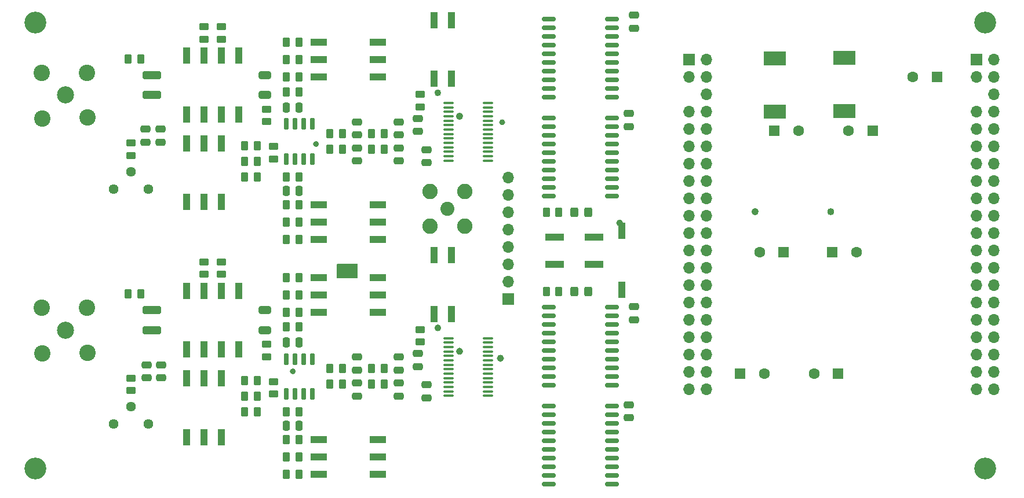
<source format=gbr>
%TF.GenerationSoftware,KiCad,Pcbnew,8.0.2*%
%TF.CreationDate,2024-10-09T13:35:06+01:00*%
%TF.ProjectId,MISRC V1.5,4d495352-4320-4563-912e-352e6b696361,0.3*%
%TF.SameCoordinates,Original*%
%TF.FileFunction,Soldermask,Top*%
%TF.FilePolarity,Negative*%
%FSLAX46Y46*%
G04 Gerber Fmt 4.6, Leading zero omitted, Abs format (unit mm)*
G04 Created by KiCad (PCBNEW 8.0.2) date 2024-10-09 13:35:06*
%MOMM*%
%LPD*%
G01*
G04 APERTURE LIST*
G04 Aperture macros list*
%AMRoundRect*
0 Rectangle with rounded corners*
0 $1 Rounding radius*
0 $2 $3 $4 $5 $6 $7 $8 $9 X,Y pos of 4 corners*
0 Add a 4 corners polygon primitive as box body*
4,1,4,$2,$3,$4,$5,$6,$7,$8,$9,$2,$3,0*
0 Add four circle primitives for the rounded corners*
1,1,$1+$1,$2,$3*
1,1,$1+$1,$4,$5*
1,1,$1+$1,$6,$7*
1,1,$1+$1,$8,$9*
0 Add four rect primitives between the rounded corners*
20,1,$1+$1,$2,$3,$4,$5,0*
20,1,$1+$1,$4,$5,$6,$7,0*
20,1,$1+$1,$6,$7,$8,$9,0*
20,1,$1+$1,$8,$9,$2,$3,0*%
G04 Aperture macros list end*
%ADD10C,0.532905*%
%ADD11C,0.434210*%
%ADD12C,0.476609*%
%ADD13R,2.440000X1.120000*%
%ADD14R,1.600000X1.600000*%
%ADD15C,1.600000*%
%ADD16RoundRect,0.250000X-0.475000X0.250000X-0.475000X-0.250000X0.475000X-0.250000X0.475000X0.250000X0*%
%ADD17RoundRect,0.250000X-0.262500X-0.450000X0.262500X-0.450000X0.262500X0.450000X-0.262500X0.450000X0*%
%ADD18R,1.700000X1.700000*%
%ADD19O,1.700000X1.700000*%
%ADD20C,3.200000*%
%ADD21RoundRect,0.250000X-0.325000X-0.450000X0.325000X-0.450000X0.325000X0.450000X-0.325000X0.450000X0*%
%ADD22RoundRect,0.250000X1.100000X-0.325000X1.100000X0.325000X-1.100000X0.325000X-1.100000X-0.325000X0*%
%ADD23RoundRect,0.250000X-0.450000X0.262500X-0.450000X-0.262500X0.450000X-0.262500X0.450000X0.262500X0*%
%ADD24RoundRect,0.250000X0.450000X-0.262500X0.450000X0.262500X-0.450000X0.262500X-0.450000X-0.262500X0*%
%ADD25RoundRect,0.250000X0.262500X0.450000X-0.262500X0.450000X-0.262500X-0.450000X0.262500X-0.450000X0*%
%ADD26RoundRect,0.100000X-0.637500X-0.100000X0.637500X-0.100000X0.637500X0.100000X-0.637500X0.100000X0*%
%ADD27RoundRect,0.250000X-0.250000X-0.475000X0.250000X-0.475000X0.250000X0.475000X-0.250000X0.475000X0*%
%ADD28RoundRect,0.150000X-0.875000X-0.150000X0.875000X-0.150000X0.875000X0.150000X-0.875000X0.150000X0*%
%ADD29C,2.050000*%
%ADD30C,2.250000*%
%ADD31C,1.440000*%
%ADD32R,3.200000X2.000000*%
%ADD33R,1.120000X2.440000*%
%ADD34C,2.500000*%
%ADD35C,2.400000*%
%ADD36RoundRect,0.250000X0.475000X-0.250000X0.475000X0.250000X-0.475000X0.250000X-0.475000X-0.250000X0*%
%ADD37R,2.750000X1.000000*%
%ADD38RoundRect,0.250000X-0.650000X0.325000X-0.650000X-0.325000X0.650000X-0.325000X0.650000X0.325000X0*%
%ADD39RoundRect,0.150000X0.150000X-0.725000X0.150000X0.725000X-0.150000X0.725000X-0.150000X-0.725000X0*%
G04 APERTURE END LIST*
D10*
X132473452Y-116078000D02*
G75*
G02*
X131940548Y-116078000I-266452J0D01*
G01*
X131940548Y-116078000D02*
G75*
G02*
X132473452Y-116078000I266452J0D01*
G01*
X126504452Y-115062000D02*
G75*
G02*
X125971548Y-115062000I-266452J0D01*
G01*
X125971548Y-115062000D02*
G75*
G02*
X126504452Y-115062000I266452J0D01*
G01*
X126504452Y-80645000D02*
G75*
G02*
X125971548Y-80645000I-266452J0D01*
G01*
X125971548Y-80645000D02*
G75*
G02*
X126504452Y-80645000I266452J0D01*
G01*
D11*
X105478315Y-84709000D02*
G75*
G02*
X105044105Y-84709000I-217105J0D01*
G01*
X105044105Y-84709000D02*
G75*
G02*
X105478315Y-84709000I217105J0D01*
G01*
D10*
X169684452Y-94615000D02*
G75*
G02*
X169151548Y-94615000I-266452J0D01*
G01*
X169151548Y-94615000D02*
G75*
G02*
X169684452Y-94615000I266452J0D01*
G01*
D12*
X149864913Y-96266000D02*
G75*
G02*
X149388305Y-96266000I-238304J0D01*
G01*
X149388305Y-96266000D02*
G75*
G02*
X149864913Y-96266000I238304J0D01*
G01*
X123301304Y-77216000D02*
G75*
G02*
X122824696Y-77216000I-238304J0D01*
G01*
X122824696Y-77216000D02*
G75*
G02*
X123301304Y-77216000I238304J0D01*
G01*
X123301304Y-111633000D02*
G75*
G02*
X122824696Y-111633000I-238304J0D01*
G01*
X122824696Y-111633000D02*
G75*
G02*
X123301304Y-111633000I238304J0D01*
G01*
D11*
X132678105Y-81534000D02*
G75*
G02*
X132243895Y-81534000I-217105J0D01*
G01*
X132243895Y-81534000D02*
G75*
G02*
X132678105Y-81534000I217105J0D01*
G01*
D10*
X180733452Y-94615000D02*
G75*
G02*
X180200548Y-94615000I-266452J0D01*
G01*
X180200548Y-94615000D02*
G75*
G02*
X180733452Y-94615000I266452J0D01*
G01*
D11*
X102092895Y-117983000D02*
G75*
G02*
X101658685Y-117983000I-217105J0D01*
G01*
X101658685Y-117983000D02*
G75*
G02*
X102092895Y-117983000I217105J0D01*
G01*
D13*
%TO.C,SW204*%
X105664000Y-93599000D03*
X105664000Y-96139000D03*
X105664000Y-98679000D03*
X114274000Y-98679000D03*
X114274000Y-96139000D03*
X114274000Y-93599000D03*
%TD*%
D14*
%TO.C,C19*%
X181554000Y-118364000D03*
D15*
X178054000Y-118364000D03*
%TD*%
D16*
%TO.C,C119*%
X117348000Y-119700000D03*
X117348000Y-121600000D03*
%TD*%
D17*
%TO.C,R120*%
X107291500Y-119888000D03*
X109116500Y-119888000D03*
%TD*%
D16*
%TO.C,C108*%
X111252000Y-115890000D03*
X111252000Y-117790000D03*
%TD*%
D17*
%TO.C,R211*%
X100928500Y-69850000D03*
X102753500Y-69850000D03*
%TD*%
D18*
%TO.C,J2*%
X133350000Y-107442000D03*
D19*
X133350000Y-104902000D03*
X133350000Y-102362000D03*
X133350000Y-99822000D03*
X133350000Y-97282000D03*
X133350000Y-94742000D03*
X133350000Y-92202000D03*
X133350000Y-89662000D03*
%TD*%
D17*
%TO.C,R213*%
X100928500Y-74930000D03*
X102753500Y-74930000D03*
%TD*%
D20*
%TO.C,H3*%
X203073000Y-132207000D03*
%TD*%
D17*
%TO.C,R101*%
X77827500Y-106680000D03*
X79652500Y-106680000D03*
%TD*%
D13*
%TO.C,SW103*%
X105677000Y-104267000D03*
X105677000Y-106807000D03*
X105677000Y-109347000D03*
X114287000Y-109347000D03*
X114287000Y-106807000D03*
X114287000Y-104267000D03*
%TD*%
D21*
%TO.C,D2*%
X142984000Y-94742000D03*
X145034000Y-94742000D03*
%TD*%
D17*
%TO.C,R116*%
X100941500Y-128016000D03*
X102766500Y-128016000D03*
%TD*%
D18*
%TO.C,J3*%
X201803000Y-72390000D03*
D19*
X204343000Y-72390000D03*
X201803000Y-74930000D03*
X204343000Y-74930000D03*
X204343000Y-77470000D03*
X201803000Y-80010000D03*
X204343000Y-80010000D03*
X201803000Y-82550000D03*
X204343000Y-82550000D03*
X201803000Y-85090000D03*
X204343000Y-85090000D03*
X201803000Y-87630000D03*
X204343000Y-87630000D03*
X201803000Y-90170000D03*
X204343000Y-90170000D03*
X201803000Y-92710000D03*
X204343000Y-92710000D03*
X201803000Y-95250000D03*
X204343000Y-95250000D03*
X201803000Y-97790000D03*
X204343000Y-97790000D03*
X201803000Y-100330000D03*
X204343000Y-100330000D03*
X201803000Y-102870000D03*
X204343000Y-102870000D03*
X201803000Y-105410000D03*
X204343000Y-105410000D03*
X201803000Y-107950000D03*
X204343000Y-107950000D03*
X201803000Y-110490000D03*
X204343000Y-110490000D03*
X201803000Y-113030000D03*
X204343000Y-113030000D03*
X201803000Y-115570000D03*
X204343000Y-115570000D03*
X201803000Y-118110000D03*
X204343000Y-118110000D03*
X201803000Y-120650000D03*
X204343000Y-120650000D03*
%TD*%
D22*
%TO.C,C101*%
X81280000Y-111965000D03*
X81280000Y-109015000D03*
%TD*%
D23*
%TO.C,R209*%
X98031000Y-79605500D03*
X98031000Y-81430500D03*
%TD*%
D24*
%TO.C,R203*%
X91427000Y-69365500D03*
X91427000Y-67540500D03*
%TD*%
D25*
%TO.C,R208*%
X96657500Y-84963000D03*
X94832500Y-84963000D03*
%TD*%
%TO.C,R206*%
X96657500Y-87249000D03*
X94832500Y-87249000D03*
%TD*%
D23*
%TO.C,R110*%
X99060000Y-119483500D03*
X99060000Y-121308500D03*
%TD*%
D26*
%TO.C,U102*%
X124645500Y-113123000D03*
X124645500Y-113773000D03*
X124645500Y-114423000D03*
X124645500Y-115073000D03*
X124645500Y-115723000D03*
X124645500Y-116373000D03*
X124645500Y-117023000D03*
X124645500Y-117673000D03*
X124645500Y-118323000D03*
X124645500Y-118973000D03*
X124645500Y-119623000D03*
X124645500Y-120273000D03*
X124645500Y-120923000D03*
X124645500Y-121573000D03*
X130370500Y-121573000D03*
X130370500Y-120923000D03*
X130370500Y-120273000D03*
X130370500Y-119623000D03*
X130370500Y-118973000D03*
X130370500Y-118323000D03*
X130370500Y-117673000D03*
X130370500Y-117023000D03*
X130370500Y-116373000D03*
X130370500Y-115723000D03*
X130370500Y-115073000D03*
X130370500Y-114423000D03*
X130370500Y-113773000D03*
X130370500Y-113123000D03*
%TD*%
D23*
%TO.C,R210*%
X99047000Y-85066500D03*
X99047000Y-86891500D03*
%TD*%
D27*
%TO.C,C106*%
X100904000Y-113792000D03*
X102804000Y-113792000D03*
%TD*%
D28*
%TO.C,U5*%
X139241000Y-66421000D03*
X139241000Y-67691000D03*
X139241000Y-68961000D03*
X139241000Y-70231000D03*
X139241000Y-71501000D03*
X139241000Y-72771000D03*
X139241000Y-74041000D03*
X139241000Y-75311000D03*
X139241000Y-76581000D03*
X139241000Y-77851000D03*
X148541000Y-77851000D03*
X148541000Y-76581000D03*
X148541000Y-75311000D03*
X148541000Y-74041000D03*
X148541000Y-72771000D03*
X148541000Y-71501000D03*
X148541000Y-70231000D03*
X148541000Y-68961000D03*
X148541000Y-67691000D03*
X148541000Y-66421000D03*
%TD*%
D16*
%TO.C,C225*%
X120129000Y-80965000D03*
X120129000Y-82865000D03*
%TD*%
D27*
%TO.C,C206*%
X100891000Y-79375000D03*
X102791000Y-79375000D03*
%TD*%
D17*
%TO.C,R215*%
X100928500Y-89535000D03*
X102753500Y-89535000D03*
%TD*%
D28*
%TO.C,U4*%
X139241000Y-80899000D03*
X139241000Y-82169000D03*
X139241000Y-83439000D03*
X139241000Y-84709000D03*
X139241000Y-85979000D03*
X139241000Y-87249000D03*
X139241000Y-88519000D03*
X139241000Y-89789000D03*
X139241000Y-91059000D03*
X139241000Y-92329000D03*
X148541000Y-92329000D03*
X148541000Y-91059000D03*
X148541000Y-89789000D03*
X148541000Y-88519000D03*
X148541000Y-87249000D03*
X148541000Y-85979000D03*
X148541000Y-84709000D03*
X148541000Y-83439000D03*
X148541000Y-82169000D03*
X148541000Y-80899000D03*
%TD*%
D29*
%TO.C,J1*%
X124460000Y-94234000D03*
D30*
X121920000Y-91694000D03*
X121920000Y-96774000D03*
X127000000Y-91694000D03*
X127000000Y-96774000D03*
%TD*%
D13*
%TO.C,SW203*%
X105677000Y-69850000D03*
X105677000Y-72390000D03*
X105677000Y-74930000D03*
X114287000Y-74930000D03*
X114287000Y-72390000D03*
X114287000Y-69850000D03*
%TD*%
D31*
%TO.C,RV201*%
X75692000Y-91313000D03*
X78232000Y-88773000D03*
X80772000Y-91313000D03*
%TD*%
D14*
%TO.C,C17*%
X180721000Y-100584000D03*
D15*
X184221000Y-100584000D03*
%TD*%
D17*
%TO.C,R122*%
X113387500Y-119888000D03*
X115212500Y-119888000D03*
%TD*%
D32*
%TO.C,L1*%
X172339000Y-72173000D03*
X172339000Y-79973000D03*
%TD*%
D14*
%TO.C,C11*%
X186564651Y-82804000D03*
D15*
X183064651Y-82804000D03*
%TD*%
D25*
%TO.C,R108*%
X96670500Y-119380000D03*
X94845500Y-119380000D03*
%TD*%
%TO.C,R2*%
X140739500Y-106299000D03*
X138914500Y-106299000D03*
%TD*%
%TO.C,R106*%
X96670500Y-121666000D03*
X94845500Y-121666000D03*
%TD*%
D16*
%TO.C,C208*%
X111239000Y-81473000D03*
X111239000Y-83373000D03*
%TD*%
D28*
%TO.C,U2*%
X139241000Y-123063000D03*
X139241000Y-124333000D03*
X139241000Y-125603000D03*
X139241000Y-126873000D03*
X139241000Y-128143000D03*
X139241000Y-129413000D03*
X139241000Y-130683000D03*
X139241000Y-131953000D03*
X139241000Y-133223000D03*
X139241000Y-134493000D03*
X148541000Y-134493000D03*
X148541000Y-133223000D03*
X148541000Y-131953000D03*
X148541000Y-130683000D03*
X148541000Y-129413000D03*
X148541000Y-128143000D03*
X148541000Y-126873000D03*
X148541000Y-125603000D03*
X148541000Y-124333000D03*
X148541000Y-123063000D03*
%TD*%
D17*
%TO.C,R216*%
X100928500Y-93599000D03*
X102753500Y-93599000D03*
%TD*%
D33*
%TO.C,SW201*%
X86347000Y-80378000D03*
X88887000Y-80378000D03*
X91427000Y-80378000D03*
X93967000Y-80378000D03*
X93967000Y-71768000D03*
X91427000Y-71768000D03*
X88887000Y-71768000D03*
X86347000Y-71768000D03*
%TD*%
D24*
%TO.C,R223*%
X120510000Y-79271500D03*
X120510000Y-77446500D03*
%TD*%
D20*
%TO.C,H2*%
X64262000Y-132207000D03*
%TD*%
D21*
%TO.C,D1*%
X142984000Y-106299000D03*
X145034000Y-106299000D03*
%TD*%
D32*
%TO.C,L2*%
X182499000Y-72083000D03*
X182499000Y-79883000D03*
%TD*%
D24*
%TO.C,R102*%
X88900000Y-103782500D03*
X88900000Y-101957500D03*
%TD*%
D34*
%TO.C,J201*%
X68640000Y-77550000D03*
D35*
X65200000Y-74270000D03*
X71800000Y-74260000D03*
X65240000Y-80950000D03*
X71850000Y-80840000D03*
%TD*%
D22*
%TO.C,C201*%
X81267000Y-77548000D03*
X81267000Y-74598000D03*
%TD*%
D17*
%TO.C,R115*%
X100941500Y-123952000D03*
X102766500Y-123952000D03*
%TD*%
%TO.C,R111*%
X100941500Y-104267000D03*
X102766500Y-104267000D03*
%TD*%
D33*
%TO.C,SW105*%
X125095000Y-100978000D03*
X122555000Y-100978000D03*
X122555000Y-109588000D03*
X125095000Y-109588000D03*
%TD*%
D36*
%TO.C,C224*%
X121399000Y-87437000D03*
X121399000Y-85537000D03*
%TD*%
D17*
%TO.C,R220*%
X107278500Y-85471000D03*
X109103500Y-85471000D03*
%TD*%
D16*
%TO.C,C109*%
X111252000Y-119700000D03*
X111252000Y-121600000D03*
%TD*%
%TO.C,C125*%
X120142000Y-115382000D03*
X120142000Y-117282000D03*
%TD*%
%TO.C,C209*%
X111239000Y-85283000D03*
X111239000Y-87183000D03*
%TD*%
D17*
%TO.C,R212*%
X100928500Y-72390000D03*
X102753500Y-72390000D03*
%TD*%
%TO.C,R113*%
X100941500Y-109347000D03*
X102766500Y-109347000D03*
%TD*%
D25*
%TO.C,R207*%
X96657500Y-89535000D03*
X94832500Y-89535000D03*
%TD*%
D17*
%TO.C,R222*%
X113374500Y-85471000D03*
X115199500Y-85471000D03*
%TD*%
D14*
%TO.C,C10*%
X172240000Y-82801000D03*
D15*
X175740000Y-82801000D03*
%TD*%
D28*
%TO.C,U3*%
X139241000Y-108585000D03*
X139241000Y-109855000D03*
X139241000Y-111125000D03*
X139241000Y-112395000D03*
X139241000Y-113665000D03*
X139241000Y-114935000D03*
X139241000Y-116205000D03*
X139241000Y-117475000D03*
X139241000Y-118745000D03*
X139241000Y-120015000D03*
X148541000Y-120015000D03*
X148541000Y-118745000D03*
X148541000Y-117475000D03*
X148541000Y-116205000D03*
X148541000Y-114935000D03*
X148541000Y-113665000D03*
X148541000Y-112395000D03*
X148541000Y-111125000D03*
X148541000Y-109855000D03*
X148541000Y-108585000D03*
%TD*%
D36*
%TO.C,C128*%
X82677000Y-118933000D03*
X82677000Y-117033000D03*
%TD*%
D27*
%TO.C,C107*%
X100904000Y-125984000D03*
X102804000Y-125984000D03*
%TD*%
D25*
%TO.C,R107*%
X96670500Y-123952000D03*
X94845500Y-123952000D03*
%TD*%
D17*
%TO.C,R218*%
X100928500Y-98679000D03*
X102753500Y-98679000D03*
%TD*%
%TO.C,R119*%
X107291500Y-117602000D03*
X109116500Y-117602000D03*
%TD*%
D14*
%TO.C,C6*%
X195962651Y-74930000D03*
D15*
X192462651Y-74930000D03*
%TD*%
D14*
%TO.C,C18*%
X167259000Y-118364000D03*
D15*
X170759000Y-118364000D03*
%TD*%
D17*
%TO.C,R219*%
X107278500Y-83185000D03*
X109103500Y-83185000D03*
%TD*%
D33*
%TO.C,SW2*%
X149987000Y-106019000D03*
X149987000Y-97409000D03*
%TD*%
D37*
%TO.C,SW1*%
X145882000Y-102330000D03*
X140122000Y-102330000D03*
X145882000Y-98330000D03*
X140122000Y-98330000D03*
%TD*%
D20*
%TO.C,H1*%
X64262000Y-66929000D03*
%TD*%
D16*
%TO.C,C2*%
X151003000Y-80269000D03*
X151003000Y-82169000D03*
%TD*%
D38*
%TO.C,C105*%
X97790000Y-109015000D03*
X97790000Y-111965000D03*
%TD*%
D36*
%TO.C,C228*%
X82550000Y-84450000D03*
X82550000Y-82550000D03*
%TD*%
D17*
%TO.C,R201*%
X77814500Y-72263000D03*
X79639500Y-72263000D03*
%TD*%
D34*
%TO.C,J201*%
X68645000Y-111960000D03*
D35*
X65205000Y-108680000D03*
X71805000Y-108670000D03*
X65245000Y-115360000D03*
X71855000Y-115250000D03*
%TD*%
D17*
%TO.C,R217*%
X100928500Y-96139000D03*
X102753500Y-96139000D03*
%TD*%
D16*
%TO.C,C118*%
X117348000Y-115890000D03*
X117348000Y-117790000D03*
%TD*%
%TO.C,C4*%
X151003000Y-122875000D03*
X151003000Y-124775000D03*
%TD*%
D17*
%TO.C,R118*%
X100941500Y-133096000D03*
X102766500Y-133096000D03*
%TD*%
%TO.C,R221*%
X113374500Y-83185000D03*
X115199500Y-83185000D03*
%TD*%
D14*
%TO.C,C16*%
X173609000Y-100584000D03*
D15*
X170109000Y-100584000D03*
%TD*%
D23*
%TO.C,R228*%
X78232000Y-84558500D03*
X78232000Y-86383500D03*
%TD*%
D33*
%TO.C,SW101*%
X86360000Y-114795000D03*
X88900000Y-114795000D03*
X91440000Y-114795000D03*
X93980000Y-114795000D03*
X93980000Y-106185000D03*
X91440000Y-106185000D03*
X88900000Y-106185000D03*
X86360000Y-106185000D03*
%TD*%
D23*
%TO.C,R109*%
X98044000Y-114022500D03*
X98044000Y-115847500D03*
%TD*%
D36*
%TO.C,C227*%
X80391000Y-84450000D03*
X80391000Y-82550000D03*
%TD*%
D33*
%TO.C,SW202*%
X91427000Y-84608000D03*
X88887000Y-84608000D03*
X86347000Y-84608000D03*
X86347000Y-93218000D03*
X88887000Y-93218000D03*
X91427000Y-93218000D03*
%TD*%
D17*
%TO.C,R112*%
X100941500Y-106807000D03*
X102766500Y-106807000D03*
%TD*%
D24*
%TO.C,R103*%
X91440000Y-103782500D03*
X91440000Y-101957500D03*
%TD*%
D39*
%TO.C,U201*%
X100965000Y-86903000D03*
X102235000Y-86903000D03*
X103505000Y-86903000D03*
X104775000Y-86903000D03*
X104775000Y-81753000D03*
X103505000Y-81753000D03*
X102235000Y-81753000D03*
X100965000Y-81753000D03*
%TD*%
D16*
%TO.C,C219*%
X117335000Y-85283000D03*
X117335000Y-87183000D03*
%TD*%
D20*
%TO.C,H4*%
X203073000Y-66929000D03*
%TD*%
D26*
%TO.C,U202*%
X124632500Y-78706000D03*
X124632500Y-79356000D03*
X124632500Y-80006000D03*
X124632500Y-80656000D03*
X124632500Y-81306000D03*
X124632500Y-81956000D03*
X124632500Y-82606000D03*
X124632500Y-83256000D03*
X124632500Y-83906000D03*
X124632500Y-84556000D03*
X124632500Y-85206000D03*
X124632500Y-85856000D03*
X124632500Y-86506000D03*
X124632500Y-87156000D03*
X130357500Y-87156000D03*
X130357500Y-86506000D03*
X130357500Y-85856000D03*
X130357500Y-85206000D03*
X130357500Y-84556000D03*
X130357500Y-83906000D03*
X130357500Y-83256000D03*
X130357500Y-82606000D03*
X130357500Y-81956000D03*
X130357500Y-81306000D03*
X130357500Y-80656000D03*
X130357500Y-80006000D03*
X130357500Y-79356000D03*
X130357500Y-78706000D03*
%TD*%
D24*
%TO.C,R202*%
X88887000Y-69365500D03*
X88887000Y-67540500D03*
%TD*%
D17*
%TO.C,R121*%
X113387500Y-117602000D03*
X115212500Y-117602000D03*
%TD*%
%TO.C,R214*%
X100928500Y-77089000D03*
X102753500Y-77089000D03*
%TD*%
D33*
%TO.C,SW205*%
X125082000Y-66561000D03*
X122542000Y-66561000D03*
X122542000Y-75171000D03*
X125082000Y-75171000D03*
%TD*%
D16*
%TO.C,C3*%
X151765000Y-108524000D03*
X151765000Y-110424000D03*
%TD*%
D39*
%TO.C,U101*%
X100965000Y-121320000D03*
X102235000Y-121320000D03*
X103505000Y-121320000D03*
X104775000Y-121320000D03*
X104775000Y-116170000D03*
X103505000Y-116170000D03*
X102235000Y-116170000D03*
X100965000Y-116170000D03*
%TD*%
D31*
%TO.C,RV101*%
X75707000Y-125685000D03*
X78247000Y-123145000D03*
X80787000Y-125685000D03*
%TD*%
D33*
%TO.C,SW102*%
X91440000Y-119025000D03*
X88900000Y-119025000D03*
X86360000Y-119025000D03*
X86360000Y-127635000D03*
X88900000Y-127635000D03*
X91440000Y-127635000D03*
%TD*%
D25*
%TO.C,R3*%
X140739500Y-94742000D03*
X138914500Y-94742000D03*
%TD*%
D23*
%TO.C,R127*%
X78232000Y-118999000D03*
X78232000Y-120824000D03*
%TD*%
D17*
%TO.C,R117*%
X100941500Y-130556000D03*
X102766500Y-130556000D03*
%TD*%
D24*
%TO.C,R123*%
X120523000Y-113688500D03*
X120523000Y-111863500D03*
%TD*%
D36*
%TO.C,C124*%
X121412000Y-121854000D03*
X121412000Y-119954000D03*
%TD*%
D18*
%TO.C,J4*%
X159800000Y-72390000D03*
D19*
X162340000Y-72390000D03*
X159800000Y-74930000D03*
X162340000Y-74930000D03*
X162340000Y-77470000D03*
X159800000Y-80010000D03*
X162340000Y-80010000D03*
X159800000Y-82550000D03*
X162340000Y-82550000D03*
X159800000Y-85090000D03*
X162340000Y-85090000D03*
X159800000Y-87630000D03*
X162340000Y-87630000D03*
X159800000Y-90170000D03*
X162340000Y-90170000D03*
X159800000Y-92710000D03*
X162340000Y-92710000D03*
X159800000Y-95250000D03*
X162340000Y-95250000D03*
X159800000Y-97790000D03*
X162340000Y-97790000D03*
X159800000Y-100330000D03*
X162340000Y-100330000D03*
X159800000Y-102870000D03*
X162340000Y-102870000D03*
X159800000Y-105410000D03*
X162340000Y-105410000D03*
X159800000Y-107950000D03*
X162340000Y-107950000D03*
X159800000Y-110490000D03*
X162340000Y-110490000D03*
X159800000Y-113030000D03*
X162340000Y-113030000D03*
X159800000Y-115570000D03*
X162340000Y-115570000D03*
X159800000Y-118110000D03*
X162340000Y-118110000D03*
X159800000Y-120650000D03*
X162340000Y-120650000D03*
%TD*%
D36*
%TO.C,C127*%
X80518000Y-118933000D03*
X80518000Y-117033000D03*
%TD*%
D13*
%TO.C,SW104*%
X105677000Y-128016000D03*
X105677000Y-130556000D03*
X105677000Y-133096000D03*
X114287000Y-133096000D03*
X114287000Y-130556000D03*
X114287000Y-128016000D03*
%TD*%
D16*
%TO.C,C1*%
X151765000Y-65852000D03*
X151765000Y-67752000D03*
%TD*%
D27*
%TO.C,C207*%
X100891000Y-91567000D03*
X102791000Y-91567000D03*
%TD*%
D38*
%TO.C,C205*%
X97777000Y-74598000D03*
X97777000Y-77548000D03*
%TD*%
D16*
%TO.C,C218*%
X117335000Y-81473000D03*
X117335000Y-83373000D03*
%TD*%
D17*
%TO.C,R114*%
X100941500Y-111506000D03*
X102766500Y-111506000D03*
%TD*%
G36*
X111322039Y-102254685D02*
G01*
X111367794Y-102307489D01*
X111379000Y-102359000D01*
X111379000Y-104270000D01*
X111359315Y-104337039D01*
X111306511Y-104382794D01*
X111255000Y-104394000D01*
X108455000Y-104394000D01*
X108387961Y-104374315D01*
X108342206Y-104321511D01*
X108331000Y-104270000D01*
X108331000Y-102359000D01*
X108350685Y-102291961D01*
X108403489Y-102246206D01*
X108455000Y-102235000D01*
X111255000Y-102235000D01*
X111322039Y-102254685D01*
G37*
M02*

</source>
